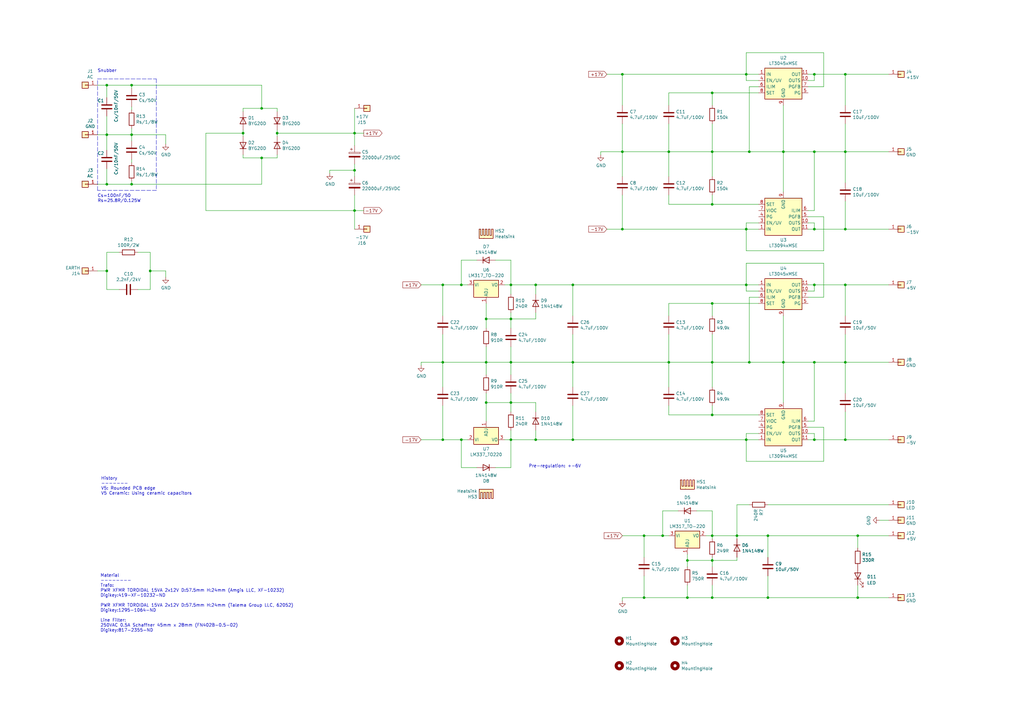
<source format=kicad_sch>
(kicad_sch (version 20250114) (generator "eeschema") (generator_version "9.0")
  (paper "A3")
  (title_block (title "DAC Power Supply Unit") (date "2025-08-03") (rev "V5"))
  (text "Material\n--------\nTrafo:\nPWR XFMR TOROIDAL 15VA 2x12V D:57.5mm H:24mm (Amgis LLC, XF-10232)\nDigikey:419-XF-10232-ND\n\nPWR XFMR TOROIDAL 15VA 2x12V D:57.5mm H:24mm (Talema Group LLC, 62052)\nDigikey:1295-1064-ND\n\nLine Filter:\n250VAC 0.5A Schaffner 45mm x 28mm (FN402B-0.5-02) \nDigikey:817-2355-ND" (at 41.148 247.396 0) (effects (font (size 1.27 1.27)) (justify left)))
  (text "Snubber" (at 40.005 29.845 0) (effects (font (size 1.27 1.27)) (justify left bottom)))
  (text "Cs=100nF/50\nRs=25.8R/0.125W" (at 40.005 83.185 0) (effects (font (size 1.27 1.27)) (justify left bottom)))
  (text "Pre-regulation: +-6V" (at 227.584 191.262 0) (effects (font (size 1.27 1.27))))
  (text "History\n-------\nV5: Rounded PCB edge\nV5 Ceramic: Using ceramic capacitors" (at 41.402 199.39 0) (effects (font (size 1.27 1.27)) (justify left)))
  (junction (at 292.1 124.46))
  (junction (at 43.815 75.565))
  (junction (at 346.71 116.84))
  (junction (at 61.595 111.125))
  (junction (at 181.61 148.59))
  (junction (at 314.96 219.71))
  (junction (at 306.07 30.48))
  (junction (at 321.31 148.59))
  (junction (at 145.415 69.85))
  (junction (at 199.39 148.59))
  (junction (at 334.01 62.23))
  (junction (at 189.23 180.34))
  (junction (at 334.01 93.98))
  (junction (at 264.16 219.71))
  (junction (at 307.34 148.59))
  (junction (at 334.01 30.48))
  (junction (at 145.415 86.36))
  (junction (at 99.695 54.61))
  (junction (at 351.79 219.71))
  (junction (at 234.95 180.34))
  (junction (at 209.55 165.1))
  (junction (at 307.34 62.23))
  (junction (at 209.55 180.34))
  (junction (at 53.975 75.565))
  (junction (at 292.1 62.23))
  (junction (at 306.07 180.34))
  (junction (at 199.39 130.81))
  (junction (at 255.27 93.98))
  (junction (at 281.94 245.11))
  (junction (at 274.32 148.59))
  (junction (at 113.665 54.61))
  (junction (at 306.07 116.84))
  (junction (at 53.975 34.925))
  (junction (at 43.815 55.245))
  (junction (at 181.61 116.84))
  (junction (at 274.32 62.23))
  (junction (at 234.95 148.59))
  (junction (at 292.1 83.82))
  (junction (at 199.39 165.1))
  (junction (at 306.07 93.98))
  (junction (at 321.31 62.23))
  (junction (at 255.27 30.48))
  (junction (at 292.1 38.1))
  (junction (at 255.27 62.23))
  (junction (at 234.95 116.84))
  (junction (at 219.71 116.84))
  (junction (at 346.71 93.98))
  (junction (at 107.315 64.77))
  (junction (at 219.71 180.34))
  (junction (at 334.01 148.59))
  (junction (at 264.16 245.11))
  (junction (at 43.815 111.125))
  (junction (at 346.71 148.59))
  (junction (at 53.975 55.245))
  (junction (at 145.415 54.61))
  (junction (at 209.55 116.84))
  (junction (at 43.815 34.925))
  (junction (at 209.55 130.81))
  (junction (at 334.01 116.84))
  (junction (at 346.71 180.34))
  (junction (at 271.78 219.71))
  (junction (at 281.94 229.87))
  (junction (at 292.1 219.71))
  (junction (at 346.71 30.48))
  (junction (at 334.01 180.34))
  (junction (at 107.315 44.45))
  (junction (at 346.71 62.23))
  (junction (at 189.23 116.84))
  (junction (at 181.61 180.34))
  (junction (at 209.55 148.59))
  (junction (at 292.1 170.18))
  (junction (at 292.1 245.11))
  (junction (at 351.79 245.11))
  (junction (at 292.1 148.59))
  (junction (at 314.96 245.11))
  (junction (at 292.1 229.87))
  (junction (at 302.26 219.71))
  (wire (pts (xy 209.55 148.59) (xy 234.95 148.59)))
  (wire (pts (xy 199.39 161.29) (xy 199.39 165.1)))
  (wire (pts (xy 107.315 34.925) (xy 53.975 34.925)))
  (wire (pts (xy 189.23 106.68) (xy 189.23 116.84)))
  (wire (pts (xy 172.72 180.34) (xy 181.61 180.34)))
  (wire (pts (xy 248.92 30.48) (xy 255.27 30.48)))
  (wire (pts (xy 292.1 229.87) (xy 292.1 232.41)))
  (wire (pts (xy 346.71 116.84) (xy 364.49 116.84)))
  (wire (pts (xy 337.82 88.9) (xy 337.82 102.87)))
  (wire (pts (xy 346.71 93.98) (xy 364.49 93.98)))
  (wire (pts (xy 292.1 209.55) (xy 285.75 209.55)))
  (wire (pts (xy 271.78 219.71) (xy 274.32 219.71)))
  (wire (pts (xy 292.1 38.1) (xy 311.15 38.1)))
  (wire (pts (xy 199.39 165.1) (xy 209.55 165.1)))
  (wire (pts (xy 306.07 33.02) (xy 306.07 30.48)))
  (wire (pts (xy 292.1 43.18) (xy 292.1 38.1)))
  (wire (pts (xy 334.01 116.84) (xy 331.47 116.84)))
  (wire (pts (xy 289.56 219.71) (xy 292.1 219.71)))
  (wire (pts (xy 246.38 63.5) (xy 246.38 62.23)))
  (wire (pts (xy 281.94 232.41) (xy 281.94 229.87)))
  (wire (pts (xy 292.1 83.82) (xy 311.15 83.82)))
  (wire (pts (xy 334.01 33.02) (xy 334.01 30.48)))
  (wire (pts (xy 278.13 209.55) (xy 271.78 209.55)))
  (wire (pts (xy 307.34 121.92) (xy 307.34 148.59)))
  (wire (pts (xy 113.665 45.72) (xy 113.665 44.45)))
  (polyline (pts (xy 64.135 78.105) (xy 40.005 78.105)) (stroke (width 0) (type dash)))
  (wire (pts (xy 209.55 134.62) (xy 209.55 130.81)))
  (wire (pts (xy 181.61 180.34) (xy 189.23 180.34)))
  (wire (pts (xy 53.975 55.245) (xy 67.945 55.245)))
  (wire (pts (xy 219.71 130.81) (xy 209.55 130.81)))
  (wire (pts (xy 331.47 86.36) (xy 334.01 86.36)))
  (wire (pts (xy 53.975 34.925) (xy 43.815 34.925)))
  (wire (pts (xy 306.07 21.59) (xy 306.07 30.48)))
  (wire (pts (xy 43.815 55.245) (xy 53.975 55.245)))
  (wire (pts (xy 209.55 130.81) (xy 209.55 128.27)))
  (wire (pts (xy 255.27 30.48) (xy 255.27 43.18)))
  (wire (pts (xy 181.61 158.75) (xy 181.61 148.59)))
  (wire (pts (xy 53.975 57.785) (xy 53.975 55.245)))
  (wire (pts (xy 99.695 54.61) (xy 84.455 54.61)))
  (wire (pts (xy 209.55 191.77) (xy 209.55 180.34)))
  (wire (pts (xy 53.975 36.195) (xy 53.975 34.925)))
  (wire (pts (xy 311.15 177.8) (xy 306.07 177.8)))
  (polyline (pts (xy 40.005 78.105) (xy 40.005 32.385)) (stroke (width 0) (type dash)))
  (wire (pts (xy 364.49 213.36) (xy 360.68 213.36)))
  (wire (pts (xy 334.01 93.98) (xy 346.71 93.98)))
  (wire (pts (xy 306.07 119.38) (xy 306.07 116.84)))
  (wire (pts (xy 172.72 116.84) (xy 181.61 116.84)))
  (wire (pts (xy 281.94 245.11) (xy 292.1 245.11)))
  (wire (pts (xy 107.315 34.925) (xy 107.315 44.45)))
  (wire (pts (xy 274.32 38.1) (xy 292.1 38.1)))
  (wire (pts (xy 181.61 166.37) (xy 181.61 180.34)))
  (wire (pts (xy 314.96 245.11) (xy 351.79 245.11)))
  (wire (pts (xy 234.95 116.84) (xy 306.07 116.84)))
  (wire (pts (xy 43.815 34.925) (xy 40.005 34.925)))
  (wire (pts (xy 346.71 82.55) (xy 346.71 93.98)))
  (wire (pts (xy 346.71 168.91) (xy 346.71 180.34)))
  (wire (pts (xy 113.665 54.61) (xy 145.415 54.61)))
  (wire (pts (xy 331.47 180.34) (xy 334.01 180.34)))
  (wire (pts (xy 53.975 55.245) (xy 53.975 52.705)))
  (wire (pts (xy 351.79 245.11) (xy 364.49 245.11)))
  (wire (pts (xy 281.94 245.11) (xy 281.94 240.03)))
  (wire (pts (xy 302.26 219.71) (xy 302.26 220.98)))
  (wire (pts (xy 53.975 75.565) (xy 53.975 74.295)))
  (wire (pts (xy 209.55 180.34) (xy 219.71 180.34)))
  (wire (pts (xy 271.78 209.55) (xy 271.78 219.71)))
  (wire (pts (xy 274.32 158.75) (xy 274.32 148.59)))
  (wire (pts (xy 314.96 228.6) (xy 314.96 219.71)))
  (wire (pts (xy 219.71 116.84) (xy 234.95 116.84)))
  (wire (pts (xy 145.415 80.01) (xy 145.415 86.36)))
  (wire (pts (xy 255.27 30.48) (xy 306.07 30.48)))
  (wire (pts (xy 292.1 129.54) (xy 292.1 124.46)))
  (wire (pts (xy 189.23 180.34) (xy 191.77 180.34)))
  (wire (pts (xy 43.815 103.505) (xy 48.895 103.505)))
  (wire (pts (xy 311.15 121.92) (xy 307.34 121.92)))
  (wire (pts (xy 311.15 30.48) (xy 306.07 30.48)))
  (wire (pts (xy 135.255 71.12) (xy 135.255 69.85)))
  (wire (pts (xy 281.94 229.87) (xy 292.1 229.87)))
  (wire (pts (xy 234.95 148.59) (xy 274.32 148.59)))
  (wire (pts (xy 189.23 116.84) (xy 191.77 116.84)))
  (wire (pts (xy 311.15 119.38) (xy 306.07 119.38)))
  (wire (pts (xy 306.07 102.87) (xy 306.07 93.98)))
  (wire (pts (xy 337.82 121.92) (xy 337.82 107.95)))
  (wire (pts (xy 145.415 59.69) (xy 145.415 54.61)))
  (wire (pts (xy 43.815 61.595) (xy 43.815 55.245)))
  (wire (pts (xy 292.1 62.23) (xy 307.34 62.23)))
  (wire (pts (xy 248.92 93.98) (xy 255.27 93.98)))
  (wire (pts (xy 43.815 69.215) (xy 43.815 75.565)))
  (polyline (pts (xy 64.135 32.385) (xy 64.135 78.105)) (stroke (width 0) (type dash)))
  (wire (pts (xy 264.16 245.11) (xy 264.16 236.22)))
  (wire (pts (xy 209.55 142.24) (xy 209.55 148.59)))
  (wire (pts (xy 292.1 50.8) (xy 292.1 62.23)))
  (wire (pts (xy 351.79 240.03) (xy 351.79 245.11)))
  (wire (pts (xy 84.455 54.61) (xy 84.455 86.36)))
  (wire (pts (xy 264.16 219.71) (xy 271.78 219.71)))
  (wire (pts (xy 334.01 62.23) (xy 346.71 62.23)))
  (wire (pts (xy 302.26 228.6) (xy 302.26 229.87)))
  (wire (pts (xy 43.815 47.625) (xy 43.815 55.245)))
  (wire (pts (xy 302.26 207.01) (xy 307.34 207.01)))
  (wire (pts (xy 306.07 107.95) (xy 306.07 116.84)))
  (wire (pts (xy 292.1 228.6) (xy 292.1 229.87)))
  (wire (pts (xy 43.815 111.125) (xy 43.815 103.505)))
  (wire (pts (xy 292.1 124.46) (xy 311.15 124.46)))
  (wire (pts (xy 331.47 119.38) (xy 334.01 119.38)))
  (wire (pts (xy 255.27 72.39) (xy 255.27 62.23)))
  (wire (pts (xy 307.34 35.56) (xy 307.34 62.23)))
  (wire (pts (xy 255.27 93.98) (xy 306.07 93.98)))
  (wire (pts (xy 207.01 180.34) (xy 209.55 180.34)))
  (wire (pts (xy 145.415 86.36) (xy 145.415 93.98)))
  (wire (pts (xy 334.01 180.34) (xy 346.71 180.34)))
  (wire (pts (xy 40.005 111.125) (xy 43.815 111.125)))
  (wire (pts (xy 274.32 148.59) (xy 292.1 148.59)))
  (wire (pts (xy 255.27 80.01) (xy 255.27 93.98)))
  (wire (pts (xy 199.39 124.46) (xy 199.39 130.81)))
  (wire (pts (xy 99.695 54.61) (xy 99.695 53.34)))
  (wire (pts (xy 219.71 128.27) (xy 219.71 130.81)))
  (wire (pts (xy 306.07 189.23) (xy 306.07 180.34)))
  (wire (pts (xy 321.31 129.54) (xy 321.31 148.59)))
  (wire (pts (xy 274.32 38.1) (xy 274.32 43.18)))
  (wire (pts (xy 113.665 55.88) (xy 113.665 54.61)))
  (wire (pts (xy 346.71 180.34) (xy 364.49 180.34)))
  (wire (pts (xy 107.315 75.565) (xy 53.975 75.565)))
  (wire (pts (xy 292.1 148.59) (xy 307.34 148.59)))
  (wire (pts (xy 67.945 113.665) (xy 67.945 111.125)))
  (wire (pts (xy 274.32 50.8) (xy 274.32 62.23)))
  (wire (pts (xy 281.94 229.87) (xy 281.94 227.33)))
  (wire (pts (xy 292.1 166.37) (xy 292.1 170.18)))
  (wire (pts (xy 331.47 91.44) (xy 334.01 91.44)))
  (wire (pts (xy 61.595 103.505) (xy 56.515 103.505)))
  (wire (pts (xy 274.32 72.39) (xy 274.32 62.23)))
  (wire (pts (xy 292.1 170.18) (xy 311.15 170.18)))
  (wire (pts (xy 274.32 62.23) (xy 292.1 62.23)))
  (wire (pts (xy 207.01 116.84) (xy 209.55 116.84)))
  (wire (pts (xy 302.26 219.71) (xy 302.26 207.01)))
  (wire (pts (xy 172.72 149.86) (xy 172.72 148.59)))
  (wire (pts (xy 337.82 35.56) (xy 337.82 21.59)))
  (wire (pts (xy 145.415 69.85) (xy 145.415 67.31)))
  (wire (pts (xy 195.58 191.77) (xy 189.23 191.77)))
  (wire (pts (xy 199.39 172.72) (xy 199.39 165.1)))
  (wire (pts (xy 307.34 148.59) (xy 321.31 148.59)))
  (wire (pts (xy 321.31 62.23) (xy 334.01 62.23)))
  (wire (pts (xy 346.71 148.59) (xy 364.49 148.59)))
  (wire (pts (xy 113.665 64.77) (xy 113.665 63.5)))
  (wire (pts (xy 306.07 93.98) (xy 311.15 93.98)))
  (wire (pts (xy 274.32 80.01) (xy 274.32 83.82)))
  (wire (pts (xy 314.96 236.22) (xy 314.96 245.11)))
  (wire (pts (xy 107.315 44.45) (xy 99.695 44.45)))
  (wire (pts (xy 346.71 30.48) (xy 334.01 30.48)))
  (wire (pts (xy 274.32 137.16) (xy 274.32 148.59)))
  (wire (pts (xy 219.71 165.1) (xy 219.71 168.91)))
  (wire (pts (xy 302.26 229.87) (xy 292.1 229.87)))
  (wire (pts (xy 331.47 121.92) (xy 337.82 121.92)))
  (wire (pts (xy 302.26 219.71) (xy 314.96 219.71)))
  (wire (pts (xy 255.27 245.11) (xy 264.16 245.11)))
  (wire (pts (xy 255.27 62.23) (xy 255.27 50.8)))
  (wire (pts (xy 56.515 118.745) (xy 61.595 118.745)))
  (wire (pts (xy 292.1 219.71) (xy 292.1 209.55)))
  (wire (pts (xy 195.58 106.68) (xy 189.23 106.68)))
  (wire (pts (xy 331.47 93.98) (xy 334.01 93.98)))
  (wire (pts (xy 337.82 189.23) (xy 306.07 189.23)))
  (wire (pts (xy 314.96 207.01) (xy 364.49 207.01)))
  (wire (pts (xy 346.71 116.84) (xy 346.71 129.54)))
  (wire (pts (xy 364.49 62.23) (xy 346.71 62.23)))
  (wire (pts (xy 292.1 158.75) (xy 292.1 148.59)))
  (wire (pts (xy 334.01 177.8) (xy 334.01 180.34)))
  (wire (pts (xy 113.665 54.61) (xy 113.665 53.34)))
  (wire (pts (xy 292.1 245.11) (xy 292.1 240.03)))
  (wire (pts (xy 292.1 245.11) (xy 314.96 245.11)))
  (wire (pts (xy 181.61 148.59) (xy 199.39 148.59)))
  (wire (pts (xy 321.31 78.74) (xy 321.31 62.23)))
  (wire (pts (xy 255.27 246.38) (xy 255.27 245.11)))
  (wire (pts (xy 331.47 35.56) (xy 337.82 35.56)))
  (wire (pts (xy 199.39 148.59) (xy 209.55 148.59)))
  (wire (pts (xy 255.27 219.71) (xy 264.16 219.71)))
  (wire (pts (xy 246.38 62.23) (xy 255.27 62.23)))
  (wire (pts (xy 346.71 116.84) (xy 334.01 116.84)))
  (wire (pts (xy 53.975 66.675) (xy 53.975 65.405)))
  (wire (pts (xy 346.71 161.29) (xy 346.71 148.59)))
  (wire (pts (xy 274.32 124.46) (xy 274.32 129.54)))
  (wire (pts (xy 346.71 74.93) (xy 346.71 62.23)))
  (wire (pts (xy 331.47 177.8) (xy 334.01 177.8)))
  (wire (pts (xy 337.82 175.26) (xy 337.82 189.23)))
  (wire (pts (xy 346.71 62.23) (xy 346.71 50.8)))
  (wire (pts (xy 99.695 55.88) (xy 99.695 54.61)))
  (wire (pts (xy 209.55 168.91) (xy 209.55 165.1)))
  (wire (pts (xy 274.32 83.82) (xy 292.1 83.82)))
  (wire (pts (xy 53.975 45.085) (xy 53.975 43.815)))
  (wire (pts (xy 203.2 191.77) (xy 209.55 191.77)))
  (wire (pts (xy 264.16 245.11) (xy 281.94 245.11)))
  (wire (pts (xy 255.27 62.23) (xy 274.32 62.23)))
  (wire (pts (xy 61.595 111.125) (xy 61.595 103.505)))
  (wire (pts (xy 306.07 180.34) (xy 311.15 180.34)))
  (wire (pts (xy 274.32 170.18) (xy 292.1 170.18)))
  (wire (pts (xy 40.005 55.245) (xy 43.815 55.245)))
  (wire (pts (xy 334.01 119.38) (xy 334.01 116.84)))
  (wire (pts (xy 209.55 180.34) (xy 209.55 176.53)))
  (wire (pts (xy 149.225 54.61) (xy 145.415 54.61)))
  (wire (pts (xy 321.31 43.18) (xy 321.31 62.23)))
  (wire (pts (xy 181.61 116.84) (xy 181.61 129.54)))
  (wire (pts (xy 181.61 116.84) (xy 189.23 116.84)))
  (wire (pts (xy 274.32 124.46) (xy 292.1 124.46)))
  (wire (pts (xy 346.71 30.48) (xy 346.71 43.18)))
  (wire (pts (xy 274.32 166.37) (xy 274.32 170.18)))
  (wire (pts (xy 199.39 130.81) (xy 199.39 134.62)))
  (wire (pts (xy 149.225 86.36) (xy 145.415 86.36)))
  (wire (pts (xy 209.55 165.1) (xy 209.55 161.29)))
  (wire (pts (xy 337.82 102.87) (xy 306.07 102.87)))
  (wire (pts (xy 351.79 219.71) (xy 364.49 219.71)))
  (wire (pts (xy 234.95 137.16) (xy 234.95 148.59)))
  (wire (pts (xy 84.455 86.36) (xy 145.415 86.36)))
  (wire (pts (xy 234.95 148.59) (xy 234.95 158.75)))
  (wire (pts (xy 292.1 220.98) (xy 292.1 219.71)))
  (wire (pts (xy 145.415 72.39) (xy 145.415 69.85)))
  (wire (pts (xy 209.55 165.1) (xy 219.71 165.1)))
  (wire (pts (xy 209.55 116.84) (xy 219.71 116.84)))
  (wire (pts (xy 209.55 106.68) (xy 203.2 106.68)))
  (wire (pts (xy 107.315 64.77) (xy 107.315 75.565)))
  (wire (pts (xy 209.55 116.84) (xy 209.55 120.65)))
  (wire (pts (xy 107.315 64.77) (xy 113.665 64.77)))
  (wire (pts (xy 321.31 148.59) (xy 334.01 148.59)))
  (wire (pts (xy 209.55 116.84) (xy 209.55 106.68)))
  (wire (pts (xy 346.71 148.59) (xy 346.71 137.16)))
  (wire (pts (xy 292.1 72.39) (xy 292.1 62.23)))
  (wire (pts (xy 135.255 69.85) (xy 145.415 69.85)))
  (wire (pts (xy 219.71 180.34) (xy 234.95 180.34)))
  (wire (pts (xy 199.39 142.24) (xy 199.39 148.59)))
  (wire (pts (xy 306.07 91.44) (xy 306.07 93.98)))
  (wire (pts (xy 331.47 172.72) (xy 334.01 172.72)))
  (wire (pts (xy 219.71 116.84) (xy 219.71 120.65)))
  (wire (pts (xy 311.15 91.44) (xy 306.07 91.44)))
  (wire (pts (xy 99.695 64.77) (xy 107.315 64.77)))
  (wire (pts (xy 43.815 118.745) (xy 43.815 111.125)))
  (wire (pts (xy 209.55 148.59) (xy 209.55 153.67)))
  (wire (pts (xy 234.95 180.34) (xy 306.07 180.34)))
  (wire (pts (xy 219.71 176.53) (xy 219.71 180.34)))
  (wire (pts (xy 334.01 86.36) (xy 334.01 62.23)))
  (wire (pts (xy 334.01 91.44) (xy 334.01 93.98)))
  (wire (pts (xy 234.95 129.54) (xy 234.95 116.84)))
  (wire (pts (xy 199.39 148.59) (xy 199.39 153.67)))
  (wire (pts (xy 189.23 191.77) (xy 189.23 180.34)))
  (wire (pts (xy 172.72 148.59) (xy 181.61 148.59)))
  (wire (pts (xy 351.79 219.71) (xy 351.79 224.79)))
  (wire (pts (xy 337.82 107.95) (xy 306.07 107.95)))
  (wire (pts (xy 67.945 111.125) (xy 61.595 111.125)))
  (wire (pts (xy 311.15 116.84) (xy 306.07 116.84)))
  (wire (pts (xy 99.695 63.5) (xy 99.695 64.77)))
  (wire (pts (xy 48.895 118.745) (xy 43.815 118.745)))
  (wire (pts (xy 314.96 219.71) (xy 351.79 219.71)))
  (wire (pts (xy 337.82 21.59) (xy 306.07 21.59)))
  (wire (pts (xy 334.01 172.72) (xy 334.01 148.59)))
  (wire (pts (xy 292.1 137.16) (xy 292.1 148.59)))
  (wire (pts (xy 311.15 35.56) (xy 307.34 35.56)))
  (wire (pts (xy 264.16 228.6) (xy 264.16 219.71)))
  (wire (pts (xy 311.15 33.02) (xy 306.07 33.02)))
  (wire (pts (xy 234.95 166.37) (xy 234.95 180.34)))
  (wire (pts (xy 307.34 62.23) (xy 321.31 62.23)))
  (wire (pts (xy 334.01 30.48) (xy 331.47 30.48)))
  (wire (pts (xy 43.815 75.565) (xy 53.975 75.565)))
  (wire (pts (xy 334.01 148.59) (xy 346.71 148.59)))
  (wire (pts (xy 331.47 88.9) (xy 337.82 88.9)))
  (wire (pts (xy 43.815 40.005) (xy 43.815 34.925)))
  (wire (pts (xy 113.665 44.45) (xy 107.315 44.45)))
  (wire (pts (xy 181.61 137.16) (xy 181.61 148.59)))
  (wire (pts (xy 292.1 219.71) (xy 302.26 219.71)))
  (wire (pts (xy 209.55 130.81) (xy 199.39 130.81)))
  (wire (pts (xy 61.595 118.745) (xy 61.595 111.125)))
  (wire (pts (xy 306.07 177.8) (xy 306.07 180.34)))
  (wire (pts (xy 99.695 44.45) (xy 99.695 45.72)))
  (wire (pts (xy 364.49 30.48) (xy 346.71 30.48)))
  (wire (pts (xy 331.47 175.26) (xy 337.82 175.26)))
  (wire (pts (xy 145.415 44.45) (xy 145.415 54.61)))
  (wire (pts (xy 40.005 75.565) (xy 43.815 75.565)))
  (polyline (pts (xy 40.005 32.385) (xy 64.135 32.385)) (stroke (width 0) (type dash)))
  (wire (pts (xy 292.1 80.01) (xy 292.1 83.82)))
  (wire (pts (xy 67.945 59.055) (xy 67.945 55.245)))
  (wire (pts (xy 321.31 165.1) (xy 321.31 148.59)))
  (wire (pts (xy 331.47 33.02) (xy 334.01 33.02)))
  (global_label "+17V" (shape input) (at 172.72 116.84 180) (property "Intersheetrefs" "${INTERSHEET_REFS}" (effects (hide yes))))
  (global_label "-17V" (shape input) (at 172.72 180.34 180) (property "Intersheetrefs" "${INTERSHEET_REFS}" (effects (hide yes))))
  (global_label "-17V" (shape output) (at 149.225 86.36 0) (property "Intersheetrefs" "${INTERSHEET_REFS}" (effects (hide yes))))
  (global_label "+17V" (shape input) (at 255.27 219.71 180) (property "Intersheetrefs" "${INTERSHEET_REFS}" (effects (hide yes))))
  (global_label "+17V" (shape output) (at 149.225 54.61 0) (property "Intersheetrefs" "${INTERSHEET_REFS}" (effects (hide yes))))
  (global_label "+17V" (shape input) (at 248.92 30.48 180) (property "Intersheetrefs" "${INTERSHEET_REFS}" (effects (hide yes))))
  (global_label "-17V" (shape input) (at 248.92 93.98 180) (property "Intersheetrefs" "${INTERSHEET_REFS}" (effects (hide yes))))
  (symbol (lib_id "Device:CP") (at 145.415 63.5 0) (unit 1)
    (property "Reference" "C5" (at 148.4122 62.3316 0) (effects (justify left)))
    (property "Value" "22000uF/25VDC" (at 148.4122 64.643 0) (effects (justify left)))
    (property "Footprint" "Capacitor_THT:CP_Radial_D35.0mm_P10.00mm_SnapIn" (effects (hide yes)))
    (property "Datasheet" "https://www.rubycon.co.jp/wp-content/uploads/catalog-aluminum/MXG.pdf" (effects (hide yes)))
    (property "Description" "1189-3893-ND" (effects (hide yes)))
    (property "manf#" "25MXG22000MEFCSN30X35" (effects (hide yes)))
  )
  (symbol (lib_id "Regulator_Linear:LM317_TO-220") (at 199.39 116.84 0) (unit 1)
    (property "Reference" "U6" (at 199.39 110.6932 0))
    (property "Value" "LM317_TO-220" (at 199.39 113.0046 0))
    (property "Footprint" "Package_TO_SOT_THT:TO-220-3_Vertical" (effects (hide yes)))
    (property "Datasheet" "http://www.ti.com/lit/ds/symlink/lm317.pdf" (effects (hide yes)))
    (property "manf#" "LM317T" (effects (hide yes)))
  )
  (symbol (lib_id "Device:R") (at 199.39 138.43 0) (unit 1)
    (property "Reference" "R8" (at 201.168 137.2616 0) (effects (justify left)))
    (property "Value" "910R" (at 201.168 139.573 0) (effects (justify left)))
    (property "Footprint" "Resistor_SMD:R_0603_1608Metric_Pad0.98x0.95mm_HandSolder" (effects (hide yes)))
    (property "Datasheet" "https://www.yageo.com/upload/media/product/productsearch/datasheet/rchip/PYu-RT_1-to-0.01_RoHS_L_12.pdf" (effects (hide yes)))
    (property "manf#" "RT0603FRE07910RL" (effects (hide yes)))
  )
  (symbol (lib_id "Device:R") (at 209.55 124.46 0) (unit 1)
    (property "Reference" "R10" (at 211.328 123.2916 0) (effects (justify left)))
    (property "Value" "240R" (at 211.328 125.603 0) (effects (justify left)))
    (property "Footprint" "Resistor_SMD:R_0603_1608Metric_Pad0.98x0.95mm_HandSolder" (effects (hide yes)))
    (property "Datasheet" "https://www.yageo.com/upload/media/product/productsearch/datasheet/rchip/PYu-RT_1-to-0.01_RoHS_L_12.pdf" (effects (hide yes)))
    (property "manf#" "RT0603FRE07240RL" (effects (hide yes)))
  )
  (symbol (lib_id "Diode:1N4007") (at 199.39 106.68 0) (unit 1)
    (property "Reference" "D7" (at 199.39 101.1682 0))
    (property "Value" "1N4148W" (at 199.39 103.4796 0))
    (property "Footprint" "Diode_SMD:D_SOD-123" (effects (hide yes)))
    (property "Datasheet" "https://www.diodes.com/assets/Datasheets/ds30086.pdf" (effects (hide yes)))
    (property "manf#" "1N4148W-7-F" (effects (hide yes)))
  )
  (symbol (lib_id "Diode:1N4007") (at 219.71 124.46 270) (unit 1)
    (property "Reference" "D9" (at 221.742 123.2916 90) (effects (justify left)))
    (property "Value" "1N4148W" (at 221.742 125.603 90) (effects (justify left)))
    (property "Footprint" "Diode_SMD:D_SOD-123" (effects (hide yes)))
    (property "Datasheet" "https://www.diodes.com/assets/Datasheets/ds30086.pdf" (effects (hide yes)))
    (property "manf#" "1N4148W-7-F" (effects (hide yes)))
  )
  (symbol (lib_id "Mechanical:Heatsink") (at 199.39 97.79 0) (unit 1)
    (property "Reference" "HS2" (at 202.9968 94.7166 0) (effects (justify left)))
    (property "Value" "Heatsink" (at 202.9968 97.028 0) (effects (justify left)))
    (property "Footprint" "Heatsink:Heatsink_Fischer_SK104-STC-STIC_35x13mm_2xDrill2.5mm" (effects (hide yes)))
    (property "Datasheet" "https://media.digikey.com/pdf/Data%20Sheets/Wakefield%20Thermal%20PDFs/634%20Heat%20Sinks.pdf" (effects (hide yes)))
    (property "manf#" "637-15ABPE" (effects (hide yes)))
  )
  (symbol (lib_id "Device:C") (at 181.61 133.35 0) (unit 1)
    (property "Reference" "C22" (at 184.6072 132.1816 0) (effects (justify left)))
    (property "Value" "4.7uF/100V" (at 184.6072 134.493 0) (effects (justify left)))
    (property "Footprint" "Capacitor_SMD:C_1206_3216Metric_Pad1.33x1.80mm_HandSolder" (effects (hide yes)))
    (property "Description" "Unpolarized capacitor" (effects (hide yes)))
    (property "manf#" "TCJB106M025R0100" (effects (hide yes)))
  )
  (symbol (lib_id "Device:C") (at 209.55 138.43 0) (unit 1)
    (property "Reference" "C24" (at 212.5472 137.2616 0) (effects (justify left)))
    (property "Value" "4.7uF/100V" (at 212.5472 139.573 0) (effects (justify left)))
    (property "Footprint" "Capacitor_SMD:C_1206_3216Metric_Pad1.33x1.80mm_HandSolder" (effects (hide yes)))
    (property "Description" "Unpolarized capacitor" (effects (hide yes)))
    (property "manf#" "TCJB106M025R0100" (effects (hide yes)))
  )
  (symbol (lib_id "Device:C") (at 234.95 133.35 0) (unit 1)
    (property "Reference" "C26" (at 237.9472 132.1816 0) (effects (justify left)))
    (property "Value" "4.7uF/100V" (at 237.9472 134.493 0) (effects (justify left)))
    (property "Footprint" "Capacitor_SMD:C_1206_3216Metric_Pad1.33x1.80mm_HandSolder" (effects (hide yes)))
    (property "Description" "Unpolarized capacitor" (effects (hide yes)))
    (property "manf#" "TCJB106M025R0100" (effects (hide yes)))
  )
  (symbol (lib_id "power:GND") (at 172.72 149.86 0) (unit 1)
    (property "Reference" "#PWR0105" (effects (hide yes)))
    (property "Value" "GND" (at 172.847 154.2542 0))
  )
  (symbol (lib_id "power:GND") (at 135.255 71.12 0) (unit 1)
    (property "Reference" "#PWR0102" (effects (hide yes)))
    (property "Value" "GND" (at 135.382 75.5142 0))
  )
  (symbol (lib_id "Device:C") (at 52.705 118.745 270) (unit 1)
    (property "Reference" "C10" (at 52.705 112.3442 90))
    (property "Value" "2.2nF/2kV" (at 52.705 114.6556 90))
    (property "Footprint" "Capacitor_THT:C_Rect_L18.0mm_W5.0mm_P15.00mm_FKS3_FKP3" (effects (hide yes)))
    (property "Datasheet" "https://product.tdk.com/info/en/documents/data_sheet/20/20/db/fc_2009/MKP_B32671L_672L.pdf?ref_disty=digikey" (effects (hide yes)))
    (property "manf#" "B32672L8222J000" (effects (hide yes)))
  )
  (symbol (lib_id "Device:R") (at 52.705 103.505 270) (unit 1)
    (property "Reference" "R12" (at 52.705 98.2472 90))
    (property "Value" "100R/2W" (at 52.705 100.5586 90))
    (property "Footprint" "Resistor_THT:R_Axial_DIN0411_L9.9mm_D3.6mm_P15.24mm_Horizontal" (effects (hide yes)))
    (property "Datasheet" "https://www.yageo.com/upload/media/product/products/datasheet/lr/Yageo_LR_FMP_1.pdf" (effects (hide yes)))
    (property "manf#" "FMP200JR-52-100R" (effects (hide yes)))
  )
  (symbol (lib_id "Connector_Generic:Conn_01x01") (at 34.925 111.125 180) (unit 1)
    (property "Reference" "J14" (at 32.893 112.1918 0) (effects (justify left)))
    (property "Value" "EARTH" (at 32.893 109.8804 0) (effects (justify left)))
    (property "Footprint" "Connector_Pin:Pin_D1.3mm_L11.0mm" (effects (hide yes)))
    (property "Datasheet" "https://www.reichelt.com/ch/de/loetnaegel-1-3mm-100-er-pack-rtm-1-3-100-p15319.html?&trstct=pos_0&nbc=1" (effects (hide yes)))
  )
  (symbol (lib_id "Device:C") (at 264.16 232.41 0) (unit 1)
    (property "Reference" "C15" (at 267.1572 231.2416 0) (effects (justify left)))
    (property "Value" "4.7uF/100V" (at 267.1572 233.553 0) (effects (justify left)))
    (property "Footprint" "Capacitor_SMD:C_1206_3216Metric_Pad1.33x1.80mm_HandSolder" (effects (hide yes)))
    (property "Description" "Unpolarized capacitor" (effects (hide yes)))
    (property "manf#" "TCJB106M025R0100" (effects (hide yes)))
  )
  (symbol (lib_id "Device:R") (at 292.1 46.99 0) (unit 1)
    (property "Reference" "R1" (at 293.878 45.8216 0) (effects (justify left)))
    (property "Value" "150k" (at 293.878 48.133 0) (effects (justify left)))
    (property "Footprint" "Resistor_SMD:R_0603_1608Metric_Pad0.98x0.95mm_HandSolder" (effects (hide yes)))
    (property "Datasheet" "https://www.yageo.com/upload/media/product/productsearch/datasheet/rchip/PYu-RT_1-to-0.01_RoHS_L_12.pdf" (effects (hide yes)))
    (property "manf#" "RT0603FRE07150KL" (effects (hide yes)))
  )
  (symbol (lib_id "Connector_Generic:Conn_01x01") (at 369.57 62.23 0) (unit 1)
    (property "Reference" "J5" (at 371.602 61.1632 0) (effects (justify left)))
    (property "Value" "GND" (at 371.602 63.4746 0) (effects (justify left)))
    (property "Footprint" "Connector_Pin:Pin_D1.0mm_L10.0mm" (effects (hide yes)))
    (property "Datasheet" "https://www.reichelt.com/ch/de/loetnaegel-1mm-100-er-pack-rtm-1-100-p15321.html?search=RTM+1-10&&r=1" (effects (hide yes)))
  )
  (symbol (lib_id "Connector_Generic:Conn_01x01") (at 369.57 30.48 0) (unit 1)
    (property "Reference" "J4" (at 371.602 29.4132 0) (effects (justify left)))
    (property "Value" "+15V" (at 371.602 31.7246 0) (effects (justify left)))
    (property "Footprint" "Connector_Pin:Pin_D1.0mm_L10.0mm" (effects (hide yes)))
    (property "Datasheet" "https://www.reichelt.com/ch/de/loetnaegel-1mm-100-er-pack-rtm-1-100-p15321.html?search=RTM+1-10&&r=1" (effects (hide yes)))
  )
  (symbol (lib_id "Connector_Generic:Conn_01x01") (at 369.57 93.98 0) (unit 1)
    (property "Reference" "J6" (at 371.602 92.9132 0) (effects (justify left)))
    (property "Value" "-15V" (at 371.602 95.2246 0) (effects (justify left)))
    (property "Footprint" "Connector_Pin:Pin_D1.0mm_L10.0mm" (effects (hide yes)))
    (property "Datasheet" "https://www.reichelt.com/ch/de/loetnaegel-1mm-100-er-pack-rtm-1-100-p15321.html?search=RTM+1-10&&r=1" (effects (hide yes)))
  )
  (symbol (lib_id "Regulator_Linear:LT3045xMSE") (at 321.31 33.02 0) (unit 1)
    (property "Reference" "U2" (at 321.31 23.6982 0))
    (property "Value" "LT3045xMSE" (at 321.31 26.0096 0))
    (property "Footprint" "Package_SO:MSOP-12-1EP_3x4.039mm_P0.65mm_EP1.651x2.845mm" (effects (hide yes)))
    (property "Datasheet" "https://www.analog.com/media/en/technical-documentation/data-sheets/3045fa.pdf" (effects (hide yes)))
    (property "manf#" "LT3045EMSE#PBF" (effects (hide yes)))
  )
  (symbol (lib_id "Device:R") (at 292.1 76.2 0) (unit 1)
    (property "Reference" "R2" (at 293.878 75.0316 0) (effects (justify left)))
    (property "Value" "150k" (at 293.878 77.343 0) (effects (justify left)))
    (property "Footprint" "Resistor_SMD:R_0603_1608Metric_Pad0.98x0.95mm_HandSolder" (effects (hide yes)))
    (property "Datasheet" "https://www.yageo.com/upload/media/product/productsearch/datasheet/rchip/PYu-RT_1-to-0.01_RoHS_L_12.pdf" (effects (hide yes)))
    (property "manf#" "RT0603FRE07150KL" (effects (hide yes)))
  )
  (symbol (lib_id "Regulator_Linear:LT3094xMSE") (at 321.31 88.9 0) (mirror x) (unit 1)
    (property "Reference" "U3" (at 321.31 98.425 0))
    (property "Value" "LT3094xMSE" (at 321.31 100.7364 0))
    (property "Footprint" "Package_SO:MSOP-12-1EP_3x4.039mm_P0.65mm_EP1.651x2.845mm" (effects (hide yes)))
    (property "Datasheet" "https://www.analog.com/media/en/technical-documentation/data-sheets/LT3094.pdf" (effects (hide yes)))
    (property "manf#" "LT3094IMSE#PBF" (effects (hide yes)))
  )
  (symbol (lib_id "Device:C") (at 346.71 46.99 0) (unit 1)
    (property "Reference" "C17" (at 349.7072 45.8216 0) (effects (justify left)))
    (property "Value" "10uF/100V" (at 349.7072 48.133 0) (effects (justify left)))
    (property "Footprint" "Capacitor_SMD:C_1210_3225Metric_Pad1.33x2.70mm_HandSolder" (effects (hide yes)))
    (property "Description" "Unpolarized capacitor" (effects (hide yes)))
    (property "manf#" "T521D476M025ATE065" (effects (hide yes)))
  )
  (symbol (lib_id "Device:C") (at 346.71 78.74 0) (unit 1)
    (property "Reference" "C18" (at 349.7072 77.5716 0) (effects (justify left)))
    (property "Value" "10uF/100V" (at 349.7072 79.883 0) (effects (justify left)))
    (property "Footprint" "Capacitor_SMD:C_1210_3225Metric_Pad1.33x2.70mm_HandSolder" (effects (hide yes)))
    (property "Description" "Unpolarized capacitor" (effects (hide yes)))
    (property "manf#" "T521D476M025ATE065" (effects (hide yes)))
  )
  (symbol (lib_id "Device:D") (at 99.695 49.53 270) (unit 1)
    (property "Reference" "D1" (at 101.727 48.3616 90) (effects (justify left)))
    (property "Value" "BYG20D" (at 101.727 50.673 90) (effects (justify left)))
    (property "Footprint" "Diode_SMD:D_SMA_Handsoldering" (effects (hide yes)))
    (property "Datasheet" "https://www.vishay.com/docs/88958/byg20d.pdf" (effects (hide yes)))
    (property "manf#" "BYG20D-E3/TR" (effects (hide yes)))
  )
  (symbol (lib_id "Device:D") (at 99.695 59.69 90) (unit 1)
    (property "Reference" "D2" (at 101.727 58.5216 90) (effects (justify right)))
    (property "Value" "BYG20D" (at 101.727 60.833 90) (effects (justify right)))
    (property "Footprint" "Diode_SMD:D_SMA_Handsoldering" (effects (hide yes)))
    (property "Datasheet" "https://www.vishay.com/docs/88958/byg20d.pdf" (effects (hide yes)))
    (property "manf#" "BYG20D-E3/TR" (effects (hide yes)))
  )
  (symbol (lib_id "Device:D") (at 113.665 49.53 90) (unit 1)
    (property "Reference" "D3" (at 115.697 48.3616 90) (effects (justify right)))
    (property "Value" "BYG20D" (at 115.697 50.673 90) (effects (justify right)))
    (property "Footprint" "Diode_SMD:D_SMA_Handsoldering" (effects (hide yes)))
    (property "Datasheet" "https://www.vishay.com/docs/88958/byg20d.pdf" (effects (hide yes)))
    (property "manf#" "BYG20D-E3/TR" (effects (hide yes)))
  )
  (symbol (lib_id "Device:D") (at 113.665 59.69 270) (unit 1)
    (property "Reference" "D4" (at 115.697 58.5216 90) (effects (justify left)))
    (property "Value" "BYG20D" (at 115.697 60.833 90) (effects (justify left)))
    (property "Footprint" "Diode_SMD:D_SMA_Handsoldering" (effects (hide yes)))
    (property "Datasheet" "https://www.vishay.com/docs/88958/byg20d.pdf" (effects (hide yes)))
    (property "manf#" "BYG20D-E3/TR" (effects (hide yes)))
  )
  (symbol (lib_id "Regulator_Linear:LM337_TO220") (at 199.39 180.34 0) (unit 1)
    (property "Reference" "U7" (at 199.39 184.1246 0))
    (property "Value" "LM337_TO220" (at 199.39 186.436 0))
    (property "Footprint" "Package_TO_SOT_THT:TO-220-3_Vertical" (effects (hide yes)))
    (property "Datasheet" "http://www.ti.com/lit/ds/symlink/lm337-n.pdf" (effects (hide yes)))
    (property "manf#" "LM337T/NOPB" (effects (hide yes)))
  )
  (symbol (lib_id "Device:C") (at 292.1 236.22 0) (unit 1)
    (property "Reference" "C16" (at 295.0972 235.0516 0) (effects (justify left)))
    (property "Value" "4.7uF/100V" (at 295.0972 237.363 0) (effects (justify left)))
    (property "Footprint" "Capacitor_SMD:C_1206_3216Metric_Pad1.33x1.80mm_HandSolder" (effects (hide yes)))
    (property "Description" "Unpolarized capacitor" (effects (hide yes)))
    (property "manf#" "TCJB106M025R0100" (effects (hide yes)))
  )
  (symbol (lib_id "Mechanical:MountingHole") (at 254 262.89 0) (unit 1)
    (property "Reference" "H1" (at 256.54 261.7216 0) (effects (justify left)))
    (property "Value" "MountingHole" (at 256.54 264.033 0) (effects (justify left)))
    (property "Footprint" "MountingHole:MountingHole_3.2mm_M3_Pad_Via" (effects (hide yes)))
  )
  (symbol (lib_id "Mechanical:MountingHole") (at 276.86 262.89 0) (unit 1)
    (property "Reference" "H3" (at 279.4 261.7216 0) (effects (justify left)))
    (property "Value" "MountingHole" (at 279.4 264.033 0) (effects (justify left)))
    (property "Footprint" "MountingHole:MountingHole_3.2mm_M3_Pad_Via" (effects (hide yes)))
  )
  (symbol (lib_id "Mechanical:MountingHole") (at 254 273.05 0) (unit 1)
    (property "Reference" "H2" (at 256.54 271.8816 0) (effects (justify left)))
    (property "Value" "MountingHole" (at 256.54 274.193 0) (effects (justify left)))
    (property "Footprint" "MountingHole:MountingHole_3.2mm_M3_Pad_Via" (effects (hide yes)))
  )
  (symbol (lib_id "Mechanical:MountingHole") (at 276.86 273.05 0) (unit 1)
    (property "Reference" "H4" (at 279.4 271.8816 0) (effects (justify left)))
    (property "Value" "MountingHole" (at 279.4 274.193 0) (effects (justify left)))
    (property "Footprint" "MountingHole:MountingHole_3.2mm_M3_Pad_Via" (effects (hide yes)))
  )
  (symbol (lib_id "Device:CP") (at 145.415 76.2 0) (unit 1)
    (property "Reference" "C6" (at 148.4122 75.0316 0) (effects (justify left)))
    (property "Value" "22000uF/25VDC" (at 148.4122 77.343 0) (effects (justify left)))
    (property "Footprint" "Capacitor_THT:CP_Radial_D35.0mm_P10.00mm_SnapIn" (effects (hide yes)))
    (property "Datasheet" "https://www.rubycon.co.jp/wp-content/uploads/catalog-aluminum/MXG.pdf" (effects (hide yes)))
    (property "Description" "1189-3893-ND" (effects (hide yes)))
    (property "manf#" "1189-3893-ND" (effects (hide yes)))
  )
  (symbol (lib_id "Regulator_Linear:LM317_TO-220") (at 281.94 219.71 0) (unit 1)
    (property "Reference" "U1" (at 281.94 213.5632 0))
    (property "Value" "LM317_TO-220" (at 281.94 215.8746 0))
    (property "Footprint" "Package_TO_SOT_THT:TO-220-3_Vertical" (effects (hide yes)))
    (property "Datasheet" "http://www.ti.com/lit/ds/symlink/lm317.pdf" (effects (hide yes)))
  )
  (symbol (lib_id "Device:R") (at 281.94 236.22 0) (unit 1)
    (property "Reference" "R5" (at 283.718 235.0516 0) (effects (justify left)))
    (property "Value" "750R" (at 283.718 237.363 0) (effects (justify left)))
    (property "Footprint" "Resistor_SMD:R_0603_1608Metric_Pad0.98x0.95mm_HandSolder" (effects (hide yes)))
    (property "Datasheet" "https://www.seielect.com/catalog/sei-rncp.pdf" (effects (hide yes)))
    (property "manf#" "RNCP0603FTD750R" (effects (hide yes)))
  )
  (symbol (lib_id "Device:R") (at 292.1 224.79 0) (unit 1)
    (property "Reference" "R6" (at 293.878 223.6216 0) (effects (justify left)))
    (property "Value" "249R" (at 293.878 225.933 0) (effects (justify left)))
    (property "Footprint" "Resistor_SMD:R_0603_1608Metric_Pad0.98x0.95mm_HandSolder" (effects (hide yes)))
    (property "Datasheet" "https://www.yageo.com/upload/media/product/productsearch/datasheet/rchip/PYu-RT_1-to-0.01_RoHS_L_12.pdf" (effects (hide yes)))
    (property "manf#" "RT0603FRE07249RL" (effects (hide yes)))
  )
  (symbol (lib_id "Diode:1N4007") (at 281.94 209.55 0) (unit 1)
    (property "Reference" "D5" (at 281.94 204.0382 0))
    (property "Value" "1N4148W" (at 281.94 206.3496 0))
    (property "Footprint" "Diode_SMD:D_SOD-123" (effects (hide yes)))
    (property "Datasheet" "https://www.diodes.com/assets/Datasheets/ds30086.pdf" (effects (hide yes)))
    (property "manf#" "1N4148W-7-F" (effects (hide yes)))
  )
  (symbol (lib_id "Diode:1N4007") (at 302.26 224.79 270) (unit 1)
    (property "Reference" "D6" (at 304.292 223.6216 90) (effects (justify left)))
    (property "Value" "1N4148W" (at 304.292 225.933 90) (effects (justify left)))
    (property "Footprint" "Diode_SMD:D_SOD-123" (effects (hide yes)))
    (property "Datasheet" "https://www.diodes.com/assets/Datasheets/ds30086.pdf" (effects (hide yes)))
    (property "manf#" "1N4148W-7-F" (effects (hide yes)))
  )
  (symbol (lib_id "Connector_Generic:Conn_01x01") (at 369.57 245.11 0) (unit 1)
    (property "Reference" "J13" (at 371.602 244.0432 0) (effects (justify left)))
    (property "Value" "GND" (at 371.602 246.3546 0) (effects (justify left)))
    (property "Footprint" "Connector_Pin:Pin_D1.0mm_L10.0mm" (effects (hide yes)))
    (property "Datasheet" "https://www.reichelt.com/ch/de/loetnaegel-1mm-100-er-pack-rtm-1-100-p15321.html?search=RTM+1-10&&r=1" (effects (hide yes)))
  )
  (symbol (lib_id "Connector_Generic:Conn_01x01") (at 369.57 219.71 0) (unit 1)
    (property "Reference" "J12" (at 371.602 218.6432 0) (effects (justify left)))
    (property "Value" "+5V" (at 371.602 220.9546 0) (effects (justify left)))
    (property "Footprint" "Connector_Pin:Pin_D1.0mm_L10.0mm" (effects (hide yes)))
    (property "Datasheet" "https://www.reichelt.com/ch/de/loetnaegel-1mm-100-er-pack-rtm-1-100-p15321.html?search=RTM+1-10&&r=1" (effects (hide yes)))
  )
  (symbol (lib_id "Mechanical:Heatsink") (at 281.94 200.66 0) (unit 1)
    (property "Reference" "HS1" (at 285.5468 197.5866 0) (effects (justify left)))
    (property "Value" "Heatsink" (at 285.5468 199.898 0) (effects (justify left)))
    (property "Footprint" "Heatsink:Heatsink_Fischer_SK104-STC-STIC_35x13mm_2xDrill2.5mm" (effects (hide yes)))
    (property "Datasheet" "https://media.digikey.com/pdf/Data%20Sheets/Wakefield%20Thermal%20PDFs/634%20Heat%20Sinks.pdf" (effects (hide yes)))
    (property "manf#" "637-15ABPE" (effects (hide yes)))
  )
  (symbol (lib_id "Device:R") (at 292.1 133.35 0) (unit 1)
    (property "Reference" "R3" (at 293.878 132.1816 0) (effects (justify left)))
    (property "Value" "49.9k" (at 293.878 134.493 0) (effects (justify left)))
    (property "Footprint" "Resistor_SMD:R_0603_1608Metric_Pad0.98x0.95mm_HandSolder" (effects (hide yes)))
    (property "Datasheet" "https://www.vishay.com/docs/28705/mcx0x0xpro.pdf" (effects (hide yes)))
    (property "manf#" "MCT06030C4992FP500" (effects (hide yes)))
  )
  (symbol (lib_id "Connector_Generic:Conn_01x01") (at 369.57 148.59 0) (unit 1)
    (property "Reference" "J8" (at 371.602 147.5232 0) (effects (justify left)))
    (property "Value" "GND" (at 371.602 149.8346 0) (effects (justify left)))
    (property "Footprint" "Connector_Pin:Pin_D1.0mm_L10.0mm" (effects (hide yes)))
    (property "Datasheet" "https://www.reichelt.com/ch/de/loetnaegel-1mm-100-er-pack-rtm-1-100-p15321.html?search=RTM+1-10&&r=1" (effects (hide yes)))
  )
  (symbol (lib_id "Connector_Generic:Conn_01x01") (at 369.57 116.84 0) (unit 1)
    (property "Reference" "J7" (at 371.602 115.7732 0) (effects (justify left)))
    (property "Value" "+5V" (at 371.602 118.0846 0) (effects (justify left)))
    (property "Footprint" "Connector_Pin:Pin_D1.0mm_L10.0mm" (effects (hide yes)))
    (property "Datasheet" "https://www.reichelt.com/ch/de/loetnaegel-1mm-100-er-pack-rtm-1-100-p15321.html?search=RTM+1-10&&r=1" (effects (hide yes)))
  )
  (symbol (lib_id "Connector_Generic:Conn_01x01") (at 369.57 180.34 0) (unit 1)
    (property "Reference" "J9" (at 371.602 179.2732 0) (effects (justify left)))
    (property "Value" "-5V" (at 371.602 181.5846 0) (effects (justify left)))
    (property "Footprint" "Connector_Pin:Pin_D1.0mm_L10.0mm" (effects (hide yes)))
    (property "Datasheet" "https://www.reichelt.com/ch/de/loetnaegel-1mm-100-er-pack-rtm-1-100-p15321.html?search=RTM+1-10&&r=1" (effects (hide yes)))
  )
  (symbol (lib_id "Regulator_Linear:LT3045xMSE") (at 321.31 119.38 0) (unit 1)
    (property "Reference" "U4" (at 321.31 110.0582 0))
    (property "Value" "LT3045xMSE" (at 321.31 112.3696 0))
    (property "Footprint" "Package_SO:MSOP-12-1EP_3x4.039mm_P0.65mm_EP1.651x2.845mm" (effects (hide yes)))
    (property "Datasheet" "https://www.analog.com/media/en/technical-documentation/data-sheets/3045fa.pdf" (effects (hide yes)))
    (property "manf#" "LT3045EMSE#PBF" (effects (hide yes)))
  )
  (symbol (lib_id "Device:R") (at 292.1 162.56 0) (unit 1)
    (property "Reference" "R4" (at 293.878 161.3916 0) (effects (justify left)))
    (property "Value" "49.9k" (at 293.878 163.703 0) (effects (justify left)))
    (property "Footprint" "Resistor_SMD:R_0603_1608Metric_Pad0.98x0.95mm_HandSolder" (effects (hide yes)))
    (property "Datasheet" "https://www.vishay.com/docs/28705/mcx0x0xpro.pdf" (effects (hide yes)))
    (property "manf#" "MCT06030C4992FP500" (effects (hide yes)))
  )
  (symbol (lib_id "Regulator_Linear:LT3094xMSE") (at 321.31 175.26 0) (mirror x) (unit 1)
    (property "Reference" "U5" (at 321.31 184.785 0))
    (property "Value" "LT3094xMSE" (at 321.31 187.0964 0))
    (property "Footprint" "Package_SO:MSOP-12-1EP_3x4.039mm_P0.65mm_EP1.651x2.845mm" (effects (hide yes)))
    (property "Datasheet" "https://www.analog.com/media/en/technical-documentation/data-sheets/LT3094.pdf" (effects (hide yes)))
    (property "manf#" "LT3094IMSE#PBF" (effects (hide yes)))
  )
  (symbol (lib_id "Device:C") (at 346.71 133.35 0) (unit 1)
    (property "Reference" "C19" (at 349.7072 132.1816 0) (effects (justify left)))
    (property "Value" "10uF/50V" (at 349.7072 134.493 0) (effects (justify left)))
    (property "Footprint" "Capacitor_SMD:C_1210_3225Metric_Pad1.33x2.70mm_HandSolder" (effects (hide yes)))
    (property "Description" "Unpolarized capacitor" (effects (hide yes)))
    (property "manf#" "T521D476M025ATE065" (effects (hide yes)))
  )
  (symbol (lib_id "Device:C") (at 346.71 165.1 0) (unit 1)
    (property "Reference" "C20" (at 349.7072 163.9316 0) (effects (justify left)))
    (property "Value" "10uF/50V" (at 349.7072 166.243 0) (effects (justify left)))
    (property "Footprint" "Capacitor_SMD:C_1210_3225Metric_Pad1.33x2.70mm_HandSolder" (effects (hide yes)))
    (property "Description" "Unpolarized capacitor" (effects (hide yes)))
    (property "manf#" "T521D476M025ATE065" (effects (hide yes)))
  )
  (symbol (lib_id "Device:R") (at 311.15 207.01 270) (unit 1)
    (property "Reference" "R7" (at 312.3184 208.788 0) (effects (justify left)))
    (property "Value" "240R" (at 310.007 208.788 0) (effects (justify left)))
    (property "Footprint" "Resistor_SMD:R_0603_1608Metric_Pad0.98x0.95mm_HandSolder" (effects (hide yes)))
    (property "Datasheet" "https://www.yageo.com/upload/media/product/productsearch/datasheet/rchip/PYu-RT_1-to-0.01_RoHS_L_12.pdf" (effects (hide yes)))
    (property "manf#" "RT0603FRE07240RL" (effects (hide yes)))
  )
  (symbol (lib_id "Connector_Generic:Conn_01x01") (at 369.57 207.01 0) (unit 1)
    (property "Reference" "J10" (at 371.602 205.9432 0) (effects (justify left)))
    (property "Value" "LED" (at 371.602 208.2546 0) (effects (justify left)))
    (property "Footprint" "Connector_Pin:Pin_D1.0mm_L10.0mm" (effects (hide yes)))
    (property "Datasheet" "https://www.reichelt.com/ch/de/loetnaegel-1mm-100-er-pack-rtm-1-100-p15321.html?search=RTM+1-10&&r=1" (effects (hide yes)))
  )
  (symbol (lib_id "Connector_Generic:Conn_01x01") (at 369.57 213.36 0) (unit 1)
    (property "Reference" "J11" (at 371.602 212.2932 0) (effects (justify left)))
    (property "Value" "GND" (at 371.602 214.6046 0) (effects (justify left)))
    (property "Footprint" "Connector_Pin:Pin_D1.0mm_L10.0mm" (effects (hide yes)))
    (property "Datasheet" "https://www.reichelt.com/ch/de/loetnaegel-1mm-100-er-pack-rtm-1-100-p15321.html?search=RTM+1-10&&r=1" (effects (hide yes)))
  )
  (symbol (lib_id "power:GND") (at 360.68 213.36 270) (unit 1)
    (property "Reference" "#PWR0103" (effects (hide yes)))
    (property "Value" "GND" (at 356.2858 213.487 0))
  )
  (symbol (lib_id "power:GND") (at 255.27 246.38 0) (unit 1)
    (property "Reference" "#PWR0104" (effects (hide yes)))
    (property "Value" "GND" (at 255.397 250.7742 0))
  )
  (symbol (lib_id "Diode:1N4007") (at 199.39 191.77 180) (unit 1)
    (property "Reference" "D8" (at 199.39 197.2818 0))
    (property "Value" "1N4148W" (at 199.39 194.9704 0))
    (property "Footprint" "Diode_SMD:D_SOD-123" (effects (hide yes)))
    (property "Datasheet" "https://www.diodes.com/assets/Datasheets/ds30086.pdf" (effects (hide yes)))
    (property "manf#" "1N4148W-7-F" (effects (hide yes)))
  )
  (symbol (lib_id "Device:C") (at 181.61 162.56 0) (unit 1)
    (property "Reference" "C23" (at 184.6072 161.3916 0) (effects (justify left)))
    (property "Value" "4.7uF/100V" (at 184.6072 163.703 0) (effects (justify left)))
    (property "Footprint" "Capacitor_SMD:C_1206_3216Metric_Pad1.33x1.80mm_HandSolder" (effects (hide yes)))
    (property "Description" "Unpolarized capacitor" (effects (hide yes)))
    (property "manf#" "TCJB106M025R0100" (effects (hide yes)))
  )
  (symbol (lib_id "Diode:1N4007") (at 219.71 172.72 270) (unit 1)
    (property "Reference" "D10" (at 221.742 171.5516 90) (effects (justify left)))
    (property "Value" "1N4148W" (at 221.742 173.863 90) (effects (justify left)))
    (property "Footprint" "Diode_SMD:D_SOD-123" (effects (hide yes)))
    (property "Datasheet" "https://www.diodes.com/assets/Datasheets/ds30086.pdf" (effects (hide yes)))
    (property "manf#" "1N4148W-7-F" (effects (hide yes)))
  )
  (symbol (lib_id "Mechanical:Heatsink") (at 199.39 200.66 180) (unit 1)
    (property "Reference" "HS3" (at 195.7832 203.7334 0) (effects (justify left)))
    (property "Value" "Heatsink" (at 195.7832 201.422 0) (effects (justify left)))
    (property "Footprint" "Heatsink:Heatsink_Fischer_SK104-STC-STIC_35x13mm_2xDrill2.5mm" (effects (hide yes)))
    (property "Datasheet" "https://media.digikey.com/pdf/Data%20Sheets/Wakefield%20Thermal%20PDFs/634%20Heat%20Sinks.pdf" (effects (hide yes)))
    (property "manf#" "637-15ABPE" (effects (hide yes)))
  )
  (symbol (lib_id "Device:R") (at 209.55 172.72 0) (unit 1)
    (property "Reference" "R11" (at 211.328 171.5516 0) (effects (justify left)))
    (property "Value" "240R" (at 211.328 173.863 0) (effects (justify left)))
    (property "Footprint" "Resistor_SMD:R_0603_1608Metric_Pad0.98x0.95mm_HandSolder" (effects (hide yes)))
    (property "Datasheet" "https://www.yageo.com/upload/media/product/productsearch/datasheet/rchip/PYu-RT_1-to-0.01_RoHS_L_12.pdf" (effects (hide yes)))
    (property "manf#" "RT0603FRE07240RL" (effects (hide yes)))
  )
  (symbol (lib_id "Device:R") (at 199.39 157.48 0) (unit 1)
    (property "Reference" "R9" (at 201.168 156.3116 0) (effects (justify left)))
    (property "Value" "910R" (at 201.168 158.623 0) (effects (justify left)))
    (property "Footprint" "Resistor_SMD:R_0603_1608Metric_Pad0.98x0.95mm_HandSolder" (effects (hide yes)))
    (property "Datasheet" "https://www.yageo.com/upload/media/product/productsearch/datasheet/rchip/PYu-RT_1-to-0.01_RoHS_L_12.pdf" (effects (hide yes)))
    (property "manf#" "RT0603FRE07910RL" (effects (hide yes)))
  )
  (symbol (lib_id "Device:C") (at 209.55 157.48 0) (unit 1)
    (property "Reference" "C25" (at 212.5472 156.3116 0) (effects (justify left)))
    (property "Value" "4.7uF/100V" (at 212.5472 158.623 0) (effects (justify left)))
    (property "Footprint" "Capacitor_SMD:C_1206_3216Metric_Pad1.33x1.80mm_HandSolder" (effects (hide yes)))
    (property "Description" "Unpolarized capacitor" (effects (hide yes)))
    (property "manf#" "TCJB106M025R0100" (effects (hide yes)))
  )
  (symbol (lib_id "Device:C") (at 234.95 162.56 0) (unit 1)
    (property "Reference" "C27" (at 237.9472 161.3916 0) (effects (justify left)))
    (property "Value" "4.7uF/100V" (at 237.9472 163.703 0) (effects (justify left)))
    (property "Footprint" "Capacitor_SMD:C_1206_3216Metric_Pad1.33x1.80mm_HandSolder" (effects (hide yes)))
    (property "Description" "Unpolarized capacitor" (effects (hide yes)))
    (property "manf#" "TCJB106M025R0100" (effects (hide yes)))
  )
  (symbol (lib_id "Device:C") (at 255.27 46.99 0) (unit 1)
    (property "Reference" "C7" (at 258.2672 45.8216 0) (effects (justify left)))
    (property "Value" "4.7uF/100V" (at 258.2672 48.133 0) (effects (justify left)))
    (property "Footprint" "Capacitor_SMD:C_1206_3216Metric_Pad1.33x1.80mm_HandSolder" (effects (hide yes)))
    (property "Description" "Unpolarized capacitor" (effects (hide yes)))
    (property "manf#" "TCJB106M025R0100" (effects (hide yes)))
  )
  (symbol (lib_id "Device:C") (at 255.27 76.2 0) (unit 1)
    (property "Reference" "C8" (at 258.2672 75.0316 0) (effects (justify left)))
    (property "Value" "4.7uF/100V" (at 258.2672 77.343 0) (effects (justify left)))
    (property "Footprint" "Capacitor_SMD:C_1206_3216Metric_Pad1.33x1.80mm_HandSolder" (effects (hide yes)))
    (property "Description" "Unpolarized capacitor" (effects (hide yes)))
    (property "manf#" "TCJB106M025R0100" (effects (hide yes)))
  )
  (symbol (lib_id "Device:C") (at 314.96 232.41 0) (unit 1)
    (property "Reference" "C9" (at 317.9572 231.2416 0) (effects (justify left)))
    (property "Value" "10uF/50V" (at 317.9572 233.553 0) (effects (justify left)))
    (property "Footprint" "Capacitor_SMD:C_1210_3225Metric_Pad1.33x2.70mm_HandSolder" (effects (hide yes)))
    (property "Description" "Unpolarized capacitor" (effects (hide yes)))
    (property "manf#" "TCJB106M025R0100" (effects (hide yes)))
  )
  (symbol (lib_id "power:GND") (at 67.945 113.665 0) (unit 1)
    (property "Reference" "#PWR0106" (effects (hide yes)))
    (property "Value" "GND" (at 68.072 118.0592 0))
  )
  (symbol (lib_id "power:GND") (at 246.38 63.5 0) (unit 1)
    (property "Reference" "#PWR0107" (effects (hide yes)))
    (property "Value" "GND" (at 246.507 67.8942 0))
  )
  (symbol (lib_id "Device:C") (at 274.32 46.99 0) (unit 1)
    (property "Reference" "C11" (at 277.241 45.8216 0) (effects (justify left)))
    (property "Value" "4.7uF/100V" (at 277.241 48.133 0) (effects (justify left)))
    (property "Footprint" "Capacitor_SMD:C_1206_3216Metric_Pad1.33x1.80mm_HandSolder" (effects (hide yes)))
    (property "Datasheet" "https://api.kemet.com/component-edge/download/datasheet/C1206C475K3RACTU.pdf" (effects (hide yes)))
    (property "manf#" "C1206C475K3RACTU" (effects (hide yes)))
  )
  (symbol (lib_id "Device:C") (at 274.32 76.2 0) (unit 1)
    (property "Reference" "C12" (at 277.241 75.0316 0) (effects (justify left)))
    (property "Value" "4.7uF/100V" (at 277.241 77.343 0) (effects (justify left)))
    (property "Footprint" "Capacitor_SMD:C_1206_3216Metric_Pad1.33x1.80mm_HandSolder" (effects (hide yes)))
    (property "Datasheet" "https://api.kemet.com/component-edge/download/datasheet/C1206C475K3RACTU.pdf" (effects (hide yes)))
    (property "manf#" "C1206C475K3RACTU" (effects (hide yes)))
  )
  (symbol (lib_id "Device:C") (at 274.32 133.35 0) (unit 1)
    (property "Reference" "C13" (at 277.241 132.1816 0) (effects (justify left)))
    (property "Value" "4.7uF/100V" (at 277.241 134.493 0) (effects (justify left)))
    (property "Footprint" "Capacitor_SMD:C_1206_3216Metric_Pad1.33x1.80mm_HandSolder" (effects (hide yes)))
    (property "Datasheet" "https://api.kemet.com/component-edge/download/datasheet/C1206C475K3RACTU.pdf" (effects (hide yes)))
    (property "manf#" "C1206C475K3RACTU" (effects (hide yes)))
  )
  (symbol (lib_id "Device:C") (at 274.32 162.56 0) (unit 1)
    (property "Reference" "C14" (at 277.241 161.3916 0) (effects (justify left)))
    (property "Value" "4.7uF/100V" (at 277.241 163.703 0) (effects (justify left)))
    (property "Footprint" "Capacitor_SMD:C_1206_3216Metric_Pad1.33x1.80mm_HandSolder" (effects (hide yes)))
    (property "Datasheet" "https://api.kemet.com/component-edge/download/datasheet/C1206C475K3RACTU.pdf" (effects (hide yes)))
    (property "manf#" "C1206C475K3RACTU" (effects (hide yes)))
  )
  (symbol (lib_id "Connector_Generic:Conn_01x01") (at 150.495 44.45 0) (unit 1)
    (property "Reference" "J15" (at 148.4122 50.165 0))
    (property "Value" "+17V" (at 148.4122 47.8536 0))
    (property "Footprint" "Connector_Pin:Pin_D1.3mm_L11.0mm" (effects (hide yes)))
    (property "Datasheet" "https://www.reichelt.com/ch/de/loetnaegel-1-3mm-100-er-pack-rtm-1-3-100-p15319.html?&trstct=pos_0&nbc=1" (effects (hide yes)))
  )
  (symbol (lib_id "Connector_Generic:Conn_01x01") (at 150.495 93.98 0) (unit 1)
    (property "Reference" "J16" (at 148.4122 99.695 0))
    (property "Value" "-17V" (at 148.4122 97.3836 0))
    (property "Footprint" "Connector_Pin:Pin_D1.3mm_L11.0mm" (effects (hide yes)))
    (property "Datasheet" "https://www.reichelt.com/ch/de/loetnaegel-1-3mm-100-er-pack-rtm-1-3-100-p15319.html?&trstct=pos_0&nbc=1" (effects (hide yes)))
  )
  (symbol (lib_id "Connector_Generic:Conn_01x01") (at 34.925 75.565 180) (unit 1)
    (property "Reference" "J3" (at 37.0078 69.85 0))
    (property "Value" "AC" (at 37.0078 72.1614 0))
    (property "Footprint" "Connector_Pin:Pin_D1.3mm_L11.0mm" (effects (hide yes)))
  )
  (symbol (lib_id "Connector_Generic:Conn_01x01") (at 34.925 55.245 180) (unit 1)
    (property "Reference" "J2" (at 37.0078 49.53 0))
    (property "Value" "GND" (at 37.0078 51.8414 0))
    (property "Footprint" "Connector_Pin:Pin_D1.3mm_L11.0mm" (effects (hide yes)))
  )
  (symbol (lib_id "Device:C") (at 43.815 65.405 0) (unit 1)
    (property "Reference" "C2" (at 40.005 62.865 0) (effects (justify left)))
    (property "Value" "Cx/10nF/50V" (at 47.625 71.755 90) (effects (justify left)))
    (property "Footprint" "Capacitor_SMD:C_0805_2012Metric_Pad1.18x1.45mm_HandSolder" (effects (hide yes)))
  )
  (symbol (lib_id "Device:R") (at 53.975 48.895 0) (unit 1)
    (property "Reference" "R13" (at 55.753 47.7266 0) (effects (justify left)))
    (property "Value" "Rs/1/8W" (at 55.753 50.038 0) (effects (justify left)))
    (property "Footprint" "Resistor_SMD:R_0805_2012Metric_Pad1.20x1.40mm_HandSolder" (effects (hide yes)))
  )
  (symbol (lib_id "Device:R") (at 351.79 228.6 0) (unit 1)
    (property "Reference" "R15" (at 353.568 227.4316 0) (effects (justify left)))
    (property "Value" "330R" (at 353.568 229.743 0) (effects (justify left)))
    (property "Footprint" "Resistor_SMD:R_0603_1608Metric_Pad0.98x0.95mm_HandSolder" (effects (hide yes)))
    (property "Datasheet" "https://www.yageo.com/upload/media/product/productsearch/datasheet/rchip/PYu-RT_1-to-0.01_RoHS_L_12.pdf" (effects (hide yes)))
    (property "manf#" "RT0603FRE07240RL" (effects (hide yes)))
  )
  (symbol (lib_id "Device:C") (at 53.975 40.005 0) (unit 1)
    (property "Reference" "C3" (at 56.896 38.8366 0) (effects (justify left)))
    (property "Value" "Cs/50V" (at 56.896 41.148 0) (effects (justify left)))
    (property "Footprint" "Capacitor_SMD:C_0805_2012Metric_Pad1.18x1.45mm_HandSolder" (effects (hide yes)))
  )
  (symbol (lib_id "Connector_Generic:Conn_01x01") (at 34.925 34.925 180) (unit 1)
    (property "Reference" "J1" (at 37.0078 29.21 0))
    (property "Value" "AC" (at 37.0078 31.5214 0))
    (property "Footprint" "Connector_Pin:Pin_D1.3mm_L11.0mm" (effects (hide yes)))
  )
  (symbol (lib_id "Device:R") (at 53.975 70.485 0) (unit 1)
    (property "Reference" "R14" (at 55.753 69.3166 0) (effects (justify left)))
    (property "Value" "Rs/1/8W" (at 55.753 71.628 0) (effects (justify left)))
    (property "Footprint" "Resistor_SMD:R_0805_2012Metric_Pad1.20x1.40mm_HandSolder" (effects (hide yes)))
  )
  (symbol (lib_id "Device:LED") (at 351.79 236.22 90) (unit 1)
    (property "Reference" "D11" (at 355.6 236.5374 90) (effects (justify right)))
    (property "Value" "LED" (at 355.6 239.0774 90) (effects (justify right)))
    (property "Footprint" "LED_SMD:LED_0805_2012Metric_Pad1.15x1.40mm_HandSolder" (effects (hide yes)))
    (property "Description" "Light emitting diode" (effects (hide yes)))
    (property "Sim.Pins" "1=K 2=A" (effects (hide yes)))
  )
  (symbol (lib_id "Device:C") (at 53.975 61.595 0) (unit 1)
    (property "Reference" "C4" (at 56.896 60.4266 0) (effects (justify left)))
    (property "Value" "Cs/50V" (at 56.896 62.738 0) (effects (justify left)))
    (property "Footprint" "Capacitor_SMD:C_0805_2012Metric_Pad1.18x1.45mm_HandSolder" (effects (hide yes)))
  )
  (symbol (lib_id "power:GND") (at 67.945 59.055 0) (unit 1)
    (property "Reference" "#PWR0101" (effects (hide yes)))
    (property "Value" "GND" (at 68.072 63.4492 0))
  )
  (symbol (lib_id "Device:C") (at 43.815 43.815 0) (unit 1)
    (property "Reference" "C1" (at 40.005 41.275 0) (effects (justify left)))
    (property "Value" "Cx/10nF/50V" (at 47.625 50.165 90) (effects (justify left)))
    (property "Footprint" "Capacitor_SMD:C_0805_2012Metric_Pad1.18x1.45mm_HandSolder" (effects (hide yes)))
  )
)
</source>
